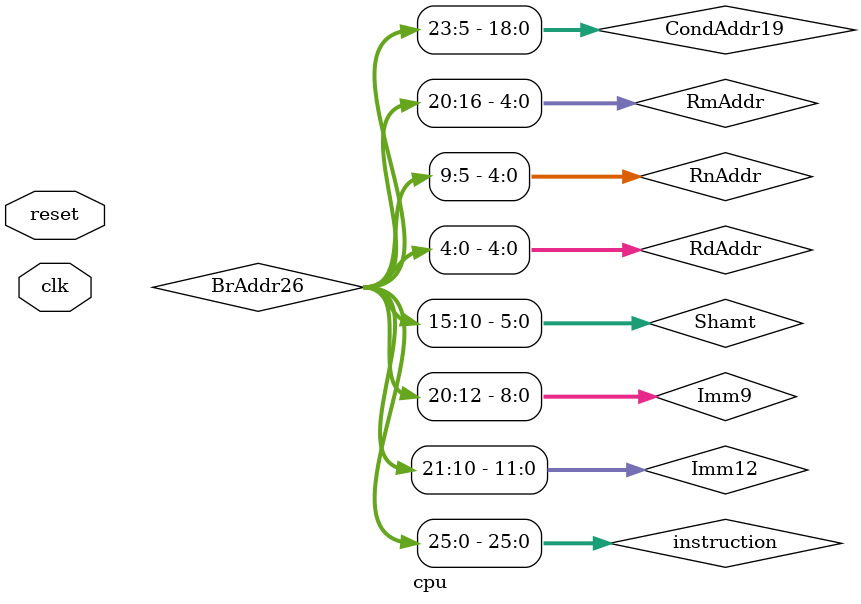
<source format=sv>
`timescale 1ns/10ps
module cpu(reset, clk);
	logic [63:0] PCAddr;
	logic [31:0] instruction;
	logic [63:0] WriteData, ReadData1, ReadData2; 
	
	input logic reset, clk;
	logic [4:0] RdAddr, RnAddr, RmAddr;
	logic [18:0] CondAddr19;
	logic [25:0] BrAddr26;
	logic [11:0] Imm12;
	logic [8:0] Imm9;
	logic [5:0] Shamt;
	logic negative, zero, overflow, carry_out;
	logic negativeC, zeroC, overflowC, carry_outC, flagEn;
	logic invertClk; //reg clock
	
	// control signals
	logic Reg2Loc, RegWrite, ALUSrc, MemWrite, MemToReg, BrTaken, UncondBr;
	logic [2:0] ALUOp;
	logic BCondCheck, read_enable, isAddIOp, isLSROp;
	logic [3:0] xfer_size;
	
	// stage EX
	logic [4:0] EX_RdAddr, EX_RnAddr, EX_RegFileAb;
	logic [18:0] EX_CondAddr19;
	logic [25:0] EX_BrAddr26;
	logic [11:0] EX_Imm12;
	logic [8:0] EX_Imm9;
	logic [5:0] EX_Shamt;
	logic EX_RegWrite, EX_ALUSrc, EX_MemWrite, EX_MemToReg, EX_UncondBr;
	logic [2:0] EX_ALUOp;
	logic EX_read_enable, EX_isAddIOp, EX_isLSROp;
	logic [3:0] EX_xfer_size;
	logic [63:0] EX_ReadData1, EX_ReadData2, ALUResult;
	
	// stage MEM
	logic [4:0] MEM_RdAddr;
	logic [18:0] MEM_CondAddr19;
	logic [25:0] MEM_BrAddr26;
	logic MEM_RegWrite, MEM_MemWrite, MEM_MemToReg, MEM_UncondBr;
	logic MEM_read_enable;
	logic [3:0] MEM_xfer_size;
	logic [63:0] MEM_ALUResult, MEM_ReadData2;
	logic	[63:0] MEM_WriteData;
	
	// stage WB
	logic [4:0] WB_RdAddr;
	logic [63:0] WB_WriteData;
	logic WB_RegWrite;
	
	// get PC address
	PC pc (.reset, .clk, .out(PCAddr), .UncondBr(EX_UncondBr), .BrTaken(BrTaken), .CondAddr19(EX_CondAddr19), .BrAddr26(EX_BrAddr26));
	
	// get instruction
	instructmem getInstr (.address(PCAddr), .instruction, .clk);
								
	assign RdAddr = instruction[4:0];
	assign RnAddr = instruction[9:5];
	assign RmAddr = instruction[20:16];
	assign BrAddr26 = instruction[25:0];
	assign CondAddr19 = instruction[23:5];
	assign Imm12 = instruction[21:10];
	assign Imm9 = instruction[20:12];
	assign Shamt = instruction[15:10];
	
	// set signals
	SetSignals setS (.instruction, .Reg2Loc, .RegWrite, .ALUSrc, .ALUOp, .MemWrite, .read_enable, .MemToReg, 
							.UncondBr, .isAddIOp, .isLSROp, .xfer_size, .flagEn);
	
	// register file
	logic [4:0] RegFileAb;
	mux2_1 getAb0 (.out(RegFileAb[0]), .i0(RdAddr[0]), .i1(RmAddr[0]), .sel(Reg2Loc));
	mux2_1 getAb1 (.out(RegFileAb[1]), .i0(RdAddr[1]), .i1(RmAddr[1]), .sel(Reg2Loc));
	mux2_1 getAb2 (.out(RegFileAb[2]), .i0(RdAddr[2]), .i1(RmAddr[2]), .sel(Reg2Loc));
	mux2_1 getAb3 (.out(RegFileAb[3]), .i0(RdAddr[3]), .i1(RmAddr[3]), .sel(Reg2Loc));
	mux2_1 getAb4 (.out(RegFileAb[4]), .i0(RdAddr[4]), .i1(RmAddr[4]), .sel(Reg2Loc));
	regfile regFile (.ReadData1, .ReadData2, .WriteData(WB_WriteData), .ReadRegister1(RnAddr), 
				.ReadRegister2(RegFileAb), .WriteRegister(WB_RdAddr), .RegWrite(WB_RegWrite), .clk(invertClk));
	not #0.05 invertC (invertClk, clk);	// invert clock for forwarding
				
	// forwarding logic
	logic forward1, forward2;
	logic [63:0] forwardData1, forwardData2;
	logic [63:0] pipeData1, pipeData2;
	mux2_1_64 decideForward1 (.in0(ReadData1), .in1(forwardData1), .out(pipeData1), .sel(forward1));
	mux2_1_64 decideForward2 (.in0(ReadData2), .in1(forwardData2), .out(pipeData2), .sel(forward2));
	forwarding forwardLogic(.RF_Reg1(RnAddr), .RF_Reg2(RegFileAb), .ALUReg(EX_RdAddr), .ALUData(ALUResult), 
					.ALURegWrite(EX_RegWrite), .WBReg(MEM_RdAddr), .WBData(MEM_WriteData), .WBRegWrite(MEM_RegWrite),
					.forward1, .forward2, .forwardData1, .forwardData2);
						
	
	// --------------------------------------------------------------------------------------------------
	RegisterPipeline pipe1 (.RegWrite(RegWrite),       .RegWriteNew(EX_RegWrite),
									.ALUSrc(ALUSrc),           .ALUSrcNew(EX_ALUSrc),
									.MemWrite(MemWrite),       .MemWriteNew(EX_MemWrite),
									.MemToReg(MemToReg),       .MemToRegNew(EX_MemToReg),
									.UncondBr(UncondBr),       .UncondBrNew(EX_UncondBr),
									.read_enable(read_enable), .read_enableNew(EX_read_enable), 
									.isAddIOp(isAddIOp),       .isAddIOpNew(EX_isAddIOp),
									.isLSROp(isLSROp),         .isLSROpNew(EX_isLSROp),
									.ALUOp(ALUOp),             .ALUOpNew(EX_ALUOp), 
									.xfer_size(xfer_size),     .xfer_sizeNew(EX_xfer_size),
									.flagEn(flagEn),           .flagEnNew(EX_flagEn),
									.RdAddr(RdAddr),           .RdAddrNew(EX_RdAddr), 
									.RnAddr(RnAddr),           .RnAddrNew(EX_RnAddr),
									.RmAddr(RegFileAb),        .RmAddrNew(EX_RegFileAb),
									.CondAddr19(CondAddr19),   .CondAddr19New(EX_CondAddr19),
									.BrAddr26(BrAddr26),       .BrAddr26New(EX_BrAddr26),
									.Imm12(Imm12),             .Imm12New(EX_Imm12),
									.Imm9(Imm9),               .Imm9New(EX_Imm9),
									.Shamt(Shamt),             .ShamtNew(EX_Shamt),
									.data1(pipeData1), 			.data1New(EX_ReadData1),
									.data2(pipeData2), 			.data2New(EX_ReadData2),
									.reset, .clk);
									
	// LSR
	logic [63:0] LSRIn2;
	shifter LSR (.value(EX_ReadData1), .direction(1'b1), .distance(EX_Shamt), .result(LSRIn2));
	
	// execute stage
	logic [63:0] ALUIn2, ALUIn2_next, ALUMuxIn;
	mux2_1_64 getALUImm (.in0({{55{EX_Imm9[8]}}, EX_Imm9[8:0]}), .in1({{52'b0}, EX_Imm12[11:0]}), .out(ALUMuxIn), .sel(EX_isAddIOp));
	mux2_1_64 getALUIn2 (.in0(EX_ReadData2), .in1(ALUMuxIn), .out(ALUIn2), .sel(EX_ALUSrc));
	mux2_1_64 LSROp (.in0(ALUIn2), .in1(LSRIn2), .out(ALUIn2_next), .sel(EX_isLSROp));
	alu execALU (.A(EX_ReadData1), .B(ALUIn2_next), .cntrl(EX_ALUOp), .result(ALUResult), .negative, .zero, .overflow, .carry_out);
	
	controlFlags setFlags (.clk, .en(EX_flagEn), .negative, .zero, .overflow, .carry_out, .negativeC, .zeroC, .overflowC, .carry_outC);
	
	// set BrTaken signal
	PCBrTaken PCBrSignal (.flagEn(EX_flagEn), .UncondBr(EX_UncondBr), .zero, .BCondCheck, .BrTaken);
	
	// B.LT - compare negative flag and overflow flag
	// negative ^ overflow = BCondCheck
	xor #0.05 bCondCheck (BCondCheck, negativeC, overflowC);
	
	
	// --------------------------------------------------------------------------------------------------
	RegisterPipeline pipe2 (.RegWrite(EX_RegWrite),       .RegWriteNew(MEM_RegWrite),
									//.ALUSrc(),                   .ALUSrcNew(),
									.MemWrite(EX_MemWrite),       .MemWriteNew(MEM_MemWrite),
									.MemToReg(EX_MemToReg),       .MemToRegNew(MEM_MemToReg),
									//.UncondBr(),                  .UncondBrNew(),
									.read_enable(EX_read_enable), .read_enableNew(MEM_read_enable), 
									//.isAddIOp(),                 .isAddIOpNew(),
									//.isLSROp(),                  .isLSROpNew(),
									//.ALUOp(),                    .ALUOpNew(), 
									.xfer_size(EX_xfer_size),     .xfer_sizeNew(MEM_xfer_size),
									//.flagEn(),                   .flagEnNew(),
									.RdAddr(EX_RdAddr),           .RdAddrNew(MEM_RdAddr), 
									//.RnAddr(),                   .RnAddrNew(),
									//.RmAddr(),                   .RmAddrNew(),
									.CondAddr19(EX_CondAddr19),   .CondAddr19New(MEM_CondAddr19),
									.BrAddr26(EX_BrAddr26),       .BrAddr26New(MEM_BrAddr26),
									//.Imm12(),                    .Imm12New(),
									//.Imm9(),                     .Imm9New(),
									//.Shamt(),                    .ShamtNew(),
									.data1(ALUResult), 		      .data1New(MEM_ALUResult),
									.data2(EX_ReadData2), 	  	   .data2New(MEM_ReadData2),
									.reset, .clk);
									
	// memory stage
	logic	[63:0] DataMemDOut;
	datamem dataMem (.address(MEM_ALUResult), .write_enable(MEM_MemWrite), .read_enable(MEM_read_enable), .write_data(MEM_ReadData2),
							.clk, .xfer_size(MEM_xfer_size), .read_data(DataMemDOut));
	mux2_1_64 getWritebackData (.in0(MEM_ALUResult), .in1(DataMemDOut), .out(MEM_WriteData), .sel(MEM_MemToReg));
	
	
	// --------------------------------------------------------------------------------------------------
	RegisterPipeline pipe3 (.RegWrite(MEM_RegWrite),      .RegWriteNew(WB_RegWrite),
									//.ALUSrc(),                   .ALUSrcNew(),
									//.MemWrite(),                 .MemWriteNew(),
									//.MemToReg(),                 .MemToRegNew(WB_MemToReg),
									//.UncondBr(),                 .UncondBrNew(),
									//.read_enable(),              .read_enableNew(), 
									//.isAddIOp(),                 .isAddIOpNew(),
									//.isLSROp(),                  .isLSROpNew(),
									//.ALUOp(),                    .ALUOpNew(), 
									//.xfer_size(),                .xfer_sizeNew(),
									//.flagEn(),                   .flagEnNew(),
									.RdAddr(MEM_RdAddr),          .RdAddrNew(WB_RdAddr), 
									//.RnAddr(),                   .RnAddrNew(),
									//.RmAddr(),                   .RmAddrNew(),
									//.CondAddr19,()               .CondAddr19New(),
									//.BrAddr26(),                 .BrAddr26New(),
									//.Imm12(),                    .Imm12New(),
									//.Imm9(),                     .Imm9New(),
									//.Shamt(),                    .ShamtNew(),
									.data1(MEM_WriteData), 		   .data1New(WB_WriteData),
									//.data2(), 	  	             .data2New(),
									.reset, .clk);
									
endmodule 

</source>
